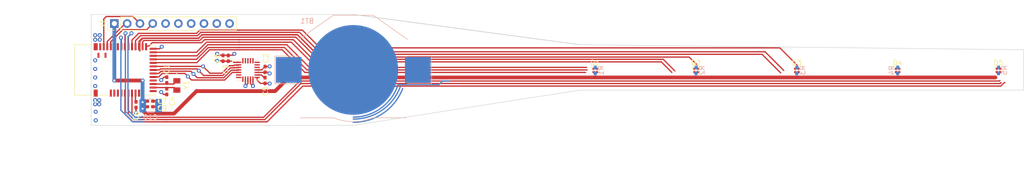
<source format=kicad_pcb>
(kicad_pcb (version 20201116) (generator pcbnew)
  (layers (0 "F.Cu" signal) (31 "B.Cu" signal) (34 "B.Paste" user) (35 "F.Paste" user) (36 "B.SilkS" user "B.Silkscreen") (37 "F.SilkS" user "F.Silkscreen") (38 "B.Mask" user) (39 "F.Mask" user) (44 "Edge.Cuts" user))
  (net 0 "")
  (net 1 "GND")
  (net 2 "+BATT")
  (net 3 "/XL2")
  (net 4 "/XL1")
  (net 5 "Net-(C5-Pad1)")
  (net 6 "Net-(C8-Pad1)")
  (net 7 "/LED1B")
  (net 8 "/LED1G")
  (net 9 "/LED1R")
  (net 10 "Net-(R1-Pad2)")
  (net 11 "/LED2B")
  (net 12 "/LED2G")
  (net 13 "/LED2R")
  (net 14 "Net-(D2-Pad1)")
  (net 15 "/LED3B")
  (net 16 "/LED3G")
  (net 17 "/LED3R")
  (net 18 "Net-(D3-Pad1)")
  (net 19 "/LED4B")
  (net 20 "/LED4G")
  (net 21 "/LED4R")
  (net 22 "Net-(D4-Pad1)")
  (net 23 "Net-(E1-Pad41)")
  (net 24 "Net-(E1-Pad40)")
  (net 25 "Net-(E1-Pad38)")
  (net 26 "/SWDIO")
  (net 27 "/SWDCLK")
  (net 28 "/NRF_RST")
  (net 29 "Net-(E1-Pad34)")
  (net 30 "Net-(E1-Pad33)")
  (net 31 "/LED5B")
  (net 32 "/LED5G")
  (net 33 "/LED5R")
  (net 34 "/GYRO_CS")
  (net 35 "/SPI_CLK")
  (net 36 "/SPI_MOSI")
  (net 37 "/SPI_MISO")
  (net 38 "Net-(D5-Pad1)")
  (net 39 "no_connect_44")
  (net 40 "Net-(E1-Pad4)")
  (net 41 "Net-(E1-Pad3)")
  (net 42 "Net-(E1-Pad2)")
  (net 43 "Net-(E1-Pad5)")
  (net 44 "Net-(J1-Pad6)")
  (net 45 "no_connect_45")
  (net 46 "no_connect_46")
  (net 47 "no_connect_47")
  (net 48 "no_connect_48")
  (footprint "06-MiniBLE:QFN50P400X400X105-24N" (layer "F.Cu") (at 99.1 93)
    (fp_text reference "U1" (at 0.675 -3.635) (layer "F.SilkS") (effects (font (thickness 0.015))))
    (fp_text value "ICM-20602")
    (pad "1" smd rect (at -1.825 -1.5) (size 1.06 0.26) (layers "F.Cu" "F.Paste" "F.Mask") (net 2 "+BATT"))
    (pad "2" smd rect (at -1.825 -1) (size 1.06 0.26) (layers "F.Cu" "F.Paste" "F.Mask") (net 35 "/SPI_CLK"))
    (pad "3" smd rect (at -1.825 -0.5) (size 1.06 0.26) (layers "F.Cu" "F.Paste" "F.Mask") (net 36 "/SPI_MOSI"))
    (pad "4" smd rect (at -1.825 0) (size 1.06 0.26) (layers "F.Cu" "F.Paste" "F.Mask") (net 37 "/SPI_MISO"))
    (pad "5" smd rect (at -1.825 0.5) (size 1.06 0.26) (layers "F.Cu" "F.Paste" "F.Mask") (net 34 "/GYRO_CS"))
    (pad "6" smd rect (at -1.825 1) (size 1.06 0.26) (layers "F.Cu" "F.Paste" "F.Mask") (net 46 "no_connect_46"))
    (pad "7" smd rect (at -1.825 1.5) (size 1.06 0.26) (layers "F.Cu" "F.Paste" "F.Mask") (net 47 "no_connect_47"))
    (pad "8" smd rect (at -1 1.825) (size 0.26 1.06) (layers "F.Cu" "F.Paste" "F.Mask") (net 48 "no_connect_48"))
    (pad "9" smd rect (at -0.5 1.825) (size 0.26 1.06) (layers "F.Cu" "F.Paste" "F.Mask") (net 1 "GND"))
    (pad "10" smd rect (at 0 1.825) (size 0.26 1.06) (layers "F.Cu" "F.Paste" "F.Mask") (net 1 "GND"))
    (pad "11" smd rect (at 0.5 1.825) (size 0.26 1.06) (layers "F.Cu" "F.Paste" "F.Mask") (net 1 "GND"))
    (pad "12" smd rect (at 1 1.825) (size 0.26 1.06) (layers "F.Cu" "F.Paste" "F.Mask") (net 1 "GND"))
    (pad "13" smd rect (at 1.825 1.5) (size 1.06 0.26) (layers "F.Cu" "F.Paste" "F.Mask") (net 1 "GND"))
    (pad "14" smd rect (at 1.825 1) (size 1.06 0.26) (layers "F.Cu" "F.Paste" "F.Mask") (net 5 "Net-(C5-Pad1)"))
    (pad "15" smd rect (at 1.825 0.5) (size 1.06 0.26) (layers "F.Cu" "F.Paste" "F.Mask") (net 1 "GND"))
    (pad "16" smd rect (at 1.825 0) (size 1.06 0.26) (layers "F.Cu" "F.Paste" "F.Mask") (net 2 "+BATT"))
    (pad "17" smd rect (at 1.825 -0.5) (size 1.06 0.26) (layers "F.Cu" "F.Paste" "F.Mask"))
    (pad "18" smd rect (at 1.825 -1) (size 1.06 0.26) (layers "F.Cu" "F.Paste" "F.Mask"))
    (pad "19" smd rect (at 1.825 -1.5) (size 1.06 0.26) (layers "F.Cu" "F.Paste" "F.Mask"))
    (pad "20" smd rect (at 1 -1.825) (size 0.26 1.06) (layers "F.Cu" "F.Paste" "F.Mask"))
    (pad "21" smd rect (at 0.5 -1.825) (size 0.26 1.06) (layers "F.Cu" "F.Paste" "F.Mask"))
    (pad "22" smd rect (at 0 -1.825) (size 0.26 1.06) (layers "F.Cu" "F.Paste" "F.Mask"))
    (pad "23" smd rect (at -0.5 -1.825) (size 0.26 1.06) (layers "F.Cu" "F.Paste" "F.Mask"))
    (pad "24" smd rect (at -1 -1.825) (size 0.26 1.06) (layers "F.Cu" "F.Paste" "F.Mask"))
  )
  (footprint "Capacitor_SMD:C_0402_1005Metric_Pad0.74x0.62mm_HandSolder" (layer "F.Cu") (at 79.7 100.3)
    (fp_text reference "C9" (at 2.4 0.3) (layer "F.SilkS"))
    (fp_text value "4.7uF")
    (pad "1" smd roundrect (at -0.5675 0) (size 0.735 0.62) (layers "F.Cu" "F.Paste" "F.Mask") (net 2 "+BATT"))
    (pad "2" smd roundrect (at 0.5675 0) (size 0.735 0.62) (layers "F.Cu" "F.Paste" "F.Mask") (net 1 "GND"))
  )
  (footprint "06-MiniBLE:RAYTAC_MDBT42Q-512KV2" (layer "F.Cu") (at 72.7 93 90)
    (fp_text reference "E1" (at -3.175 -9.271 90) (layer "F.SilkS") (effects (font (size 0.6 0.6) (thickness 0.015))))
    (fp_text value "MDBT42Q-512KV2")
    (pad "1" smd rect (at -4.6 -3.8 90) (size 1.4 0.8) (layers "F.Cu" "F.Paste" "F.Mask") (net 1 "GND"))
    (pad "2" smd rect (at -4.6 -0.8 90) (size 1.4 0.4) (layers "F.Cu" "F.Paste" "F.Mask") (net 42 "Net-(E1-Pad2)"))
    (pad "3" smd rect (at -4.6 -0.1 90) (size 1.4 0.4) (layers "F.Cu" "F.Paste" "F.Mask") (net 41 "Net-(E1-Pad3)"))
    (pad "4" smd rect (at -4.6 0.6 90) (size 1.4 0.4) (layers "F.Cu" "F.Paste" "F.Mask") (net 40 "Net-(E1-Pad4)"))
    (pad "5" smd rect (at -4.6 1.3 90) (size 1.4 0.4) (layers "F.Cu" "F.Paste" "F.Mask") (net 43 "Net-(E1-Pad5)"))
    (pad "6" smd rect (at -4.6 2 90) (size 1.4 0.4) (layers "F.Cu" "F.Paste" "F.Mask") (net 21 "/LED4R"))
    (pad "7" smd rect (at -4.6 2.7 90) (size 1.4 0.4) (layers "F.Cu" "F.Paste" "F.Mask") (net 20 "/LED4G"))
    (pad "8" smd rect (at -4.6 3.4 90) (size 1.4 0.4) (layers "F.Cu" "F.Paste" "F.Mask") (net 19 "/LED4B"))
    (pad "9" smd rect (at -4.6 4.1 90) (size 1.4 0.4) (layers "F.Cu" "F.Paste" "F.Mask") (net 6 "Net-(C8-Pad1)"))
    (pad "10" smd rect (at -4.6 4.8 90) (size 1.4 0.4) (layers "F.Cu" "F.Paste" "F.Mask") (net 39 "no_connect_44"))
    (pad "11" smd rect (at -4.6 5.5 90) (size 1.4 0.4) (layers "F.Cu" "F.Paste" "F.Mask") (net 2 "+BATT"))
    (pad "12" smd rect (at -4.2 7.6 90) (size 0.4 1.4) (layers "F.Cu" "F.Paste" "F.Mask") (net 1 "GND"))
    (pad "13" smd rect (at -3.5 7.6 90) (size 0.4 1.4) (layers "F.Cu" "F.Paste" "F.Mask") (net 4 "/XL1"))
    (pad "14" smd rect (at -2.8 7.6 90) (size 0.4 1.4) (layers "F.Cu" "F.Paste" "F.Mask") (net 3 "/XL2"))
    (pad "15" smd rect (at -2.1 7.6 90) (size 0.4 1.4) (layers "F.Cu" "F.Paste" "F.Mask") (net 45 "no_connect_45"))
    (pad "16" smd rect (at -1.4 7.6 90) (size 0.4 1.4) (layers "F.Cu" "F.Paste" "F.Mask") (net 34 "/GYRO_CS"))
    (pad "17" smd rect (at -0.7 7.6 90) (size 0.4 1.4) (layers "F.Cu" "F.Paste" "F.Mask") (net 37 "/SPI_MISO"))
    (pad "18" smd rect (at 0 7.6 90) (size 0.4 1.4) (layers "F.Cu" "F.Paste" "F.Mask") (net 36 "/SPI_MOSI"))
    (pad "19" smd rect (at 0.7 7.6 90) (size 0.4 1.4) (layers "F.Cu" "F.Paste" "F.Mask") (net 35 "/SPI_CLK"))
    (pad "20" smd rect (at 1.4 7.6 90) (size 0.4 1.4) (layers "F.Cu" "F.Paste" "F.Mask") (net 9 "/LED1R"))
    (pad "21" smd rect (at 2.1 7.6 90) (size 0.4 1.4) (layers "F.Cu" "F.Paste" "F.Mask") (net 8 "/LED1G"))
    (pad "22" smd rect (at 2.8 7.6 90) (size 0.4 1.4) (layers "F.Cu" "F.Paste" "F.Mask") (net 7 "/LED1B"))
    (pad "23" smd rect (at 3.5 7.6 90) (size 0.4 1.4) (layers "F.Cu" "F.Paste" "F.Mask") (net 13 "/LED2R"))
    (pad "24" smd rect (at 4.2 7.6 90) (size 0.4 1.4) (layers "F.Cu" "F.Paste" "F.Mask") (net 1 "GND"))
    (pad "25" smd rect (at 4.6 6.2 90) (size 1.4 0.4) (layers "F.Cu" "F.Paste" "F.Mask") (net 12 "/LED2G"))
    (pad "26" smd rect (at 4.6 5.5 90) (size 1.4 0.4) (layers "F.Cu" "F.Paste" "F.Mask") (net 11 "/LED2B"))
    (pad "27" smd rect (at 4.6 4.8 90) (size 1.4 0.4) (layers "F.Cu" "F.Paste" "F.Mask") (net 17 "/LED3R"))
    (pad "28" smd rect (at 4.6 4.1 90) (size 1.4 0.4) (layers "F.Cu" "F.Paste" "F.Mask") (net 16 "/LED3G"))
    (pad "29" smd rect (at 4.6 3.4 90) (size 1.4 0.4) (layers "F.Cu" "F.Paste" "F.Mask") (net 15 "/LED3B"))
    (pad "30" smd rect (at 4.6 2.7 90) (size 1.4 0.4) (layers "F.Cu" "F.Paste" "F.Mask") (net 33 "/LED5R"))
    (pad "31" smd rect (at 4.6 2 90) (size 1.4 0.4) (layers "F.Cu" "F.Paste" "F.Mask") (net 32 "/LED5G"))
    (pad "32" smd rect (at 4.6 1.3 90) (size 1.4 0.4) (layers "F.Cu" "F.Paste" "F.Mask") (net 31 "/LED5B"))
    (pad "33" smd rect (at 4.6 0.6 90) (size 1.4 0.4) (layers "F.Cu" "F.Paste" "F.Mask") (net 30 "Net-(E1-Pad33)"))
    (pad "34" smd rect (at 4.6 -0.1 90) (size 1.4 0.4) (layers "F.Cu" "F.Paste" "F.Mask") (net 29 "Net-(E1-Pad34)"))
    (pad "35" smd rect (at 4.6 -0.8 90) (size 1.4 0.4) (layers "F.Cu" "F.Paste" "F.Mask") (net 28 "/NRF_RST"))
    (pad "36" smd rect (at 4.6 -1.5 90) (size 1.4 0.4) (layers "F.Cu" "F.Paste" "F.Mask") (net 27 "/SWDCLK"))
    (pad "37" smd rect (at 4.6 -2.2 90) (size 1.4 0.4) (layers "F.Cu" "F.Paste" "F.Mask") (net 26 "/SWDIO"))
    (pad "38" smd rect (at 4.6 -2.9 90) (size 1.4 0.4) (layers "F.Cu" "F.Paste" "F.Mask") (net 25 "Net-(E1-Pad38)"))
    (pad "39" smd rect (at 4.6 -3.8 90) (size 1.4 0.8) (layers "F.Cu" "F.Paste" "F.Mask") (net 1 "GND"))
    (pad "40" smd rect (at 2.9 -3.25 90) (size 1 0.4) (layers "F.Cu" "F.Paste" "F.Mask") (net 24 "Net-(E1-Pad40)"))
    (pad "41" smd rect (at 2.9 -1.85 90) (size 1 0.4) (layers "F.Cu" "F.Paste" "F.Mask") (net 23 "Net-(E1-Pad41)"))
  )
  (footprint "Capacitor_SMD:C_0402_1005Metric_Pad0.74x0.62mm_HandSolder" (layer "F.Cu") (at 102.5 92.9 -90)
    (fp_text reference "C2" (at -2.2 -0.2 90) (layer "F.SilkS"))
    (fp_text value "0.1uF")
    (pad "1" smd roundrect (at -0.5675 0 270) (size 0.735 0.62) (layers "F.Cu" "F.Paste" "F.Mask") (net 2 "+BATT"))
    (pad "2" smd roundrect (at 0.5675 0 270) (size 0.735 0.62) (layers "F.Cu" "F.Paste" "F.Mask") (net 1 "GND"))
  )
  (footprint "Capacitor_SMD:C_0402_1005Metric_Pad0.74x0.62mm_HandSolder" (layer "F.Cu") (at 102.5 95.1 -90)
    (fp_text reference "C5" (at 2.1 -0.1 90) (layer "F.SilkS"))
    (fp_text value "1.0uF")
    (pad "1" smd roundrect (at -0.5675 0 270) (size 0.735 0.62) (layers "F.Cu" "F.Paste" "F.Mask") (net 5 "Net-(C5-Pad1)"))
    (pad "2" smd roundrect (at 0.5675 0 270) (size 0.735 0.62) (layers "F.Cu" "F.Paste" "F.Mask") (net 1 "GND"))
  )
  (footprint "LED_SMD:LED_Lumex_SML-LX0303SIUPGUSB" (layer "F.Cu") (at 168.000001 93.094999)
    (fp_text reference "D1" (at 0 -1.5) (layer "F.SilkS"))
    (fp_text value "LED_ARGB")
    (pad "1" smd roundrect (at -0.325 -0.325) (size 0.45 0.45) (layers "F.Cu" "F.Paste" "F.Mask") (net 10 "Net-(R1-Pad2)"))
    (pad "2" smd roundrect (at 0.325 -0.325) (size 0.45 0.45) (layers "F.Cu" "F.Paste" "F.Mask") (net 9 "/LED1R"))
    (pad "3" smd roundrect (at 0.325 0.325) (size 0.45 0.45) (layers "F.Cu" "F.Paste" "F.Mask") (net 8 "/LED1G"))
    (pad "4" smd roundrect (at -0.325 0.325) (size 0.45 0.45) (layers "F.Cu" "F.Paste" "F.Mask") (net 7 "/LED1B"))
  )
  (footprint "05-TinyBLE:FC-12M 32.7680KA-A3" (layer "F.Cu") (at 85 96.0806 -90)
    (fp_text reference "Y1" (at -0.0806 -1.9 90) (layer "F.SilkS"))
    (fp_text value "Crystal" hide)
    (pad "1" smd rect (at -0.9194 0 270) (size 1.0612 1.397) (layers "F.Cu" "F.Paste" "F.Mask") (net 3 "/XL2"))
    (pad "2" smd rect (at 0.9194 0 270) (size 1.0612 1.397) (layers "F.Cu" "F.Paste" "F.Mask") (net 4 "/XL1"))
  )
  (footprint "LED_SMD:LED_Lumex_SML-LX0303SIUPGUSB" (layer "F.Cu") (at 228.000001 93.094999)
    (fp_text reference "D4" (at 0 -1.5) (layer "F.SilkS"))
    (fp_text value "LED_ARGB")
    (pad "1" smd roundrect (at -0.325 -0.325) (size 0.45 0.45) (layers "F.Cu" "F.Paste" "F.Mask") (net 22 "Net-(D4-Pad1)"))
    (pad "2" smd roundrect (at 0.325 -0.325) (size 0.45 0.45) (layers "F.Cu" "F.Paste" "F.Mask") (net 21 "/LED4R"))
    (pad "3" smd roundrect (at 0.325 0.325) (size 0.45 0.45) (layers "F.Cu" "F.Paste" "F.Mask") (net 20 "/LED4G"))
    (pad "4" smd roundrect (at -0.325 0.325) (size 0.45 0.45) (layers "F.Cu" "F.Paste" "F.Mask") (net 19 "/LED4B"))
  )
  (footprint "Connector_PinHeader_2.54mm:PinHeader_1x10_P2.54mm_Vertical" (layer "F.Cu") (at 72.6 83.8 90)
    (fp_text reference "J1" (at 0 -2.33 90) (layer "F.SilkS"))
    (fp_text value "Conn_01x10")
    (pad "1" thru_hole rect (at 0 0 90) (size 1.7 1.7) (drill 1) (layers *.Cu *.Mask) (net 2 "+BATT"))
    (pad "2" thru_hole oval (at 0 2.54 90) (size 1.7 1.7) (drill 1) (layers *.Cu *.Mask) (net 27 "/SWDCLK"))
    (pad "3" thru_hole oval (at 0 5.08 90) (size 1.7 1.7) (drill 1) (layers *.Cu *.Mask) (net 26 "/SWDIO"))
    (pad "4" thru_hole oval (at 0 7.62 90) (size 1.7 1.7) (drill 1) (layers *.Cu *.Mask) (net 28 "/NRF_RST"))
    (pad "5" thru_hole oval (at 0 10.16 90) (size 1.7 1.7) (drill 1) (layers *.Cu *.Mask) (net 1 "GND"))
    (pad "6" thru_hole oval (at 0 12.7 90) (size 1.7 1.7) (drill 1) (layers *.Cu *.Mask) (net 44 "Net-(J1-Pad6)"))
    (pad "7" thru_hole oval (at 0 15.24 90) (size 1.7 1.7) (drill 1) (layers *.Cu *.Mask) (net 37 "/SPI_MISO"))
    (pad "8" thru_hole oval (at 0 17.78 90) (size 1.7 1.7) (drill 1) (layers *.Cu *.Mask) (net 36 "/SPI_MOSI"))
    (pad "9" thru_hole oval (at 0 20.32 90) (size 1.7 1.7) (drill 1) (layers *.Cu *.Mask) (net 35 "/SPI_CLK"))
    (pad "10" thru_hole oval (at 0 22.86 90) (size 1.7 1.7) (drill 1) (layers *.Cu *.Mask) (net 34 "/GYRO_CS"))
  )
  (footprint "LED_SMD:LED_Lumex_SML-LX0303SIUPGUSB" (layer "F.Cu") (at 248.000001 93.094999)
    (fp_text reference "D5" (at 0 -1.5) (layer "F.SilkS"))
    (fp_text value "LED_ARGB")
    (pad "1" smd roundrect (at -0.325 -0.325) (size 0.45 0.45) (layers "F.Cu" "F.Paste" "F.Mask") (net 38 "Net-(D5-Pad1)"))
    (pad "2" smd roundrect (at 0.325 -0.325) (size 0.45 0.45) (layers "F.Cu" "F.Paste" "F.Mask") (net 33 "/LED5R"))
    (pad "3" smd roundrect (at 0.325 0.325) (size 0.45 0.45) (layers "F.Cu" "F.Paste" "F.Mask") (net 32 "/LED5G"))
    (pad "4" smd roundrect (at -0.325 0.325) (size 0.45 0.45) (layers "F.Cu" "F.Paste" "F.Mask") (net 31 "/LED5B"))
  )
  (footprint "Capacitor_SMD:C_0402_1005Metric_Pad0.74x0.62mm_HandSolder" (layer "F.Cu") (at 83 95 90)
    (fp_text reference "C1" (at 2.1 0 90) (layer "F.SilkS"))
    (fp_text value "15pf")
    (pad "1" smd roundrect (at -0.5675 0 90) (size 0.735 0.62) (layers "F.Cu" "F.Paste" "F.Mask") (net 3 "/XL2"))
    (pad "2" smd roundrect (at 0.5675 0 90) (size 0.735 0.62) (layers "F.Cu" "F.Paste" "F.Mask") (net 1 "GND"))
  )
  (footprint "Capacitor_SMD:C_0402_1005Metric_Pad0.74x0.62mm_HandSolder" (layer "F.Cu") (at 94.15606 90.693923 90)
    (fp_text reference "C6" (at 0 -1.16 90) (layer "F.SilkS"))
    (fp_text value "1.0uF")
    (pad "1" smd roundrect (at -0.5675 0 90) (size 0.735 0.62) (layers "F.Cu" "F.Paste" "F.Mask") (net 2 "+BATT"))
    (pad "2" smd roundrect (at 0.5675 0 90) (size 0.735 0.62) (layers "F.Cu" "F.Paste" "F.Mask") (net 1 "GND"))
  )
  (footprint "Capacitor_SMD:C_0402_1005Metric_Pad0.74x0.62mm_HandSolder" (layer "F.Cu") (at 76.9 99.9 -90)
    (fp_text reference "C8" (at 2.2 0 90) (layer "F.SilkS"))
    (fp_text value "1.0uF")
    (pad "1" smd roundrect (at -0.5675 0 270) (size 0.735 0.62) (layers "F.Cu" "F.Paste" "F.Mask") (net 6 "Net-(C8-Pad1)"))
    (pad "2" smd roundrect (at 0.5675 0 270) (size 0.735 0.62) (layers "F.Cu" "F.Paste" "F.Mask") (net 1 "GND"))
  )
  (footprint "Capacitor_SMD:C_0402_1005Metric_Pad0.74x0.62mm_HandSolder" (layer "F.Cu") (at 95.2 90.7 90)
    (fp_text reference "C3" (at -2.2 -0.5 90) (layer "F.SilkS"))
    (fp_text value "0.1uF")
    (pad "1" smd roundrect (at -0.5675 0 90) (size 0.735 0.62) (layers "F.Cu" "F.Paste" "F.Mask") (net 2 "+BATT"))
    (pad "2" smd roundrect (at 0.5675 0 90) (size 0.735 0.62) (layers "F.Cu" "F.Paste" "F.Mask") (net 1 "GND"))
  )
  (footprint "Capacitor_SMD:C_0402_1005Metric_Pad0.74x0.62mm_HandSolder" (layer "F.Cu") (at 83 97.3 -90)
    (fp_text reference "C4" (at 1.9 -1.1 90) (layer "F.SilkS"))
    (fp_text value "15pF")
    (pad "1" smd roundrect (at -0.5675 0 270) (size 0.735 0.62) (layers "F.Cu" "F.Paste" "F.Mask") (net 4 "/XL1"))
    (pad "2" smd roundrect (at 0.5675 0 270) (size 0.735 0.62) (layers "F.Cu" "F.Paste" "F.Mask") (net 1 "GND"))
  )
  (footprint "LED_SMD:LED_Lumex_SML-LX0303SIUPGUSB" (layer "F.Cu") (at 208.000001 93.094999)
    (fp_text reference "D3" (at 0 -1.5) (layer "F.SilkS"))
    (fp_text value "LED_ARGB")
    (pad "1" smd roundrect (at -0.325 -0.325) (size 0.45 0.45) (layers "F.Cu" "F.Paste" "F.Mask") (net 18 "Net-(D3-Pad1)"))
    (pad "2" smd roundrect (at 0.325 -0.325) (size 0.45 0.45) (layers "F.Cu" "F.Paste" "F.Mask") (net 17 "/LED3R"))
    (pad "3" smd roundrect (at 0.325 0.325) (size 0.45 0.45) (layers "F.Cu" "F.Paste" "F.Mask") (net 16 "/LED3G"))
    (pad "4" smd roundrect (at -0.325 0.325) (size 0.45 0.45) (layers "F.Cu" "F.Paste" "F.Mask") (net 15 "/LED3B"))
  )
  (footprint "LED_SMD:LED_Lumex_SML-LX0303SIUPGUSB" (layer "F.Cu") (at 188.000001 93.094999)
    (fp_text reference "D2" (at 0 -1.5) (layer "F.SilkS"))
    (fp_text value "LED_ARGB")
    (pad "1" smd roundrect (at -0.325 -0.325) (size 0.45 0.45) (layers "F.Cu" "F.Paste" "F.Mask") (net 14 "Net-(D2-Pad1)"))
    (pad "2" smd roundrect (at 0.325 -0.325) (size 0.45 0.45) (layers "F.Cu" "F.Paste" "F.Mask") (net 13 "/LED2R"))
    (pad "3" smd roundrect (at 0.325 0.325) (size 0.45 0.45) (layers "F.Cu" "F.Paste" "F.Mask") (net 12 "/LED2G"))
    (pad "4" smd roundrect (at -0.325 0.325) (size 0.45 0.45) (layers "F.Cu" "F.Paste" "F.Mask") (net 11 "/LED2B"))
  )
  (footprint "Capacitor_SMD:C_0402_1005Metric_Pad0.74x0.62mm_HandSolder" (layer "F.Cu") (at 79.7 99.2)
    (fp_text reference "C7" (at 2.4 0) (layer "F.SilkS"))
    (fp_text value "0.1uF")
    (pad "1" smd roundrect (at -0.5675 0) (size 0.735 0.62) (layers "F.Cu" "F.Paste" "F.Mask") (net 2 "+BATT"))
    (pad "2" smd roundrect (at 0.5675 0) (size 0.735 0.62) (layers "F.Cu" "F.Paste" "F.Mask") (net 1 "GND"))
  )
  (footprint "Resistor_SMD:R_0402_1005Metric_Pad0.72x0.64mm_HandSolder" (layer "B.Cu") (at 188.000001 93.094999 90)
    (fp_text reference "R2" (at 0 1.17 270) (layer "B.SilkS") (effects (justify mirror)))
    (fp_text value "1k")
    (pad "1" smd roundrect (at -0.5975 0 90) (size 0.715 0.64) (layers "B.Cu" "B.Paste" "B.Mask") (net 2 "+BATT"))
    (pad "2" smd roundrect (at 0.5975 0 90) (size 0.715 0.64) (layers "B.Cu" "B.Paste" "B.Mask") (net 14 "Net-(D2-Pad1)"))
  )
  (footprint "Capacitor_SMD:C_1210_3225Metric_Pad1.33x2.70mm_HandSolder" (layer "B.Cu") (at 79.8 100.1)
    (fp_text reference "C10" (at 0 2.3 180) (layer "B.SilkS") (effects (justify mirror)))
    (fp_text value "100uF")
    (pad "1" smd roundrect (at -1.5625 0) (size 1.325 2.7) (layers "B.Cu" "B.Paste" "B.Mask") (roundrect_rratio 0.188679) (net 2 "+BATT"))
    (pad "2" smd roundrect (at 1.5625 0) (size 1.325 2.7) (layers "B.Cu" "B.Paste" "B.Mask") (roundrect_rratio 0.188679) (net 1 "GND"))
  )
  (footprint "Resistor_SMD:R_0402_1005Metric_Pad0.72x0.64mm_HandSolder" (layer "B.Cu") (at 168.000001 93.094999 90)
    (fp_text reference "R1" (at 0 1.17 270) (layer "B.SilkS") (effects (justify mirror)))
    (fp_text value "1k")
    (pad "1" smd roundrect (at -0.5975 0 90) (size 0.715 0.64) (layers "B.Cu" "B.Paste" "B.Mask") (net 2 "+BATT"))
    (pad "2" smd roundrect (at 0.5975 0 90) (size 0.715 0.64) (layers "B.Cu" "B.Paste" "B.Mask") (net 10 "Net-(R1-Pad2)"))
  )
  (footprint "Resistor_SMD:R_0402_1005Metric_Pad0.72x0.64mm_HandSolder" (layer "B.Cu") (at 208.000001 93.094999 90)
    (fp_text reference "R3" (at 0 1.17 90) (layer "B.SilkS") (effects (justify mirror)))
    (fp_text value "1k")
    (pad "1" smd roundrect (at -0.5975 0 90) (size 0.715 0.64) (layers "B.Cu" "B.Paste" "B.Mask") (net 2 "+BATT"))
    (pad "2" smd roundrect (at 0.5975 0 90) (size 0.715 0.64) (layers "B.Cu" "B.Paste" "B.Mask") (net 18 "Net-(D3-Pad1)"))
  )
  (footprint "Resistor_SMD:R_0402_1005Metric_Pad0.72x0.64mm_HandSolder" (layer "B.Cu") (at 248.000001 93.094999 90)
    (fp_text reference "R5" (at 0 1.17 270) (layer "B.SilkS") (effects (justify mirror)))
    (fp_text value "1k")
    (pad "1" smd roundrect (at -0.5975 0 90) (size 0.715 0.64) (layers "B.Cu" "B.Paste" "B.Mask") (net 2 "+BATT"))
    (pad "2" smd roundrect (at 0.5975 0 90) (size 0.715 0.64) (layers "B.Cu" "B.Paste" "B.Mask") (net 38 "Net-(D5-Pad1)"))
  )
  (footprint "Resistor_SMD:R_0402_1005Metric_Pad0.72x0.64mm_HandSolder" (layer "B.Cu") (at 228.000001 93.094999 -90)
    (fp_text reference "R4" (at 0 1.17 -90) (layer "B.SilkS") (effects (justify mirror)))
    (fp_text value "1k")
    (pad "1" smd roundrect (at -0.5975 0 270) (size 0.715 0.64) (layers "B.Cu" "B.Paste" "B.Mask") (net 2 "+BATT"))
    (pad "2" smd roundrect (at 0.5975 0 270) (size 0.715 0.64) (layers "B.Cu" "B.Paste" "B.Mask") (net 22 "Net-(D4-Pad1)"))
  )
  (footprint "Battery:BatteryHolder_Keystone_3002_1x2032" (layer "B.Cu") (at 120 93)
    (fp_text reference "BT1" (at -9.15 -9.7) (layer "B.SilkS") (effects (justify mirror)))
    (fp_text value "Battery_Cell")
    (pad "1" smd rect (at 12.8 0) (size 5.1 5.1) (layers "B.Cu" "B.Paste" "B.Mask") (net 2 "+BATT"))
    (pad "1" smd rect (at -12.8 0) (size 5.1 5.1) (layers "B.Cu" "B.Paste" "B.Mask") (net 2 "+BATT"))
    (pad "2" smd circle (at 0 0) (size 17.8 17.8) (layers "B.Cu" "B.Mask") (net 1 "GND"))
  )
  (gr_arc (start 120.003906 93.00538) (end 128.899999 95.899999) (angle 72) (layer "B.Cu") (width 0.25))
  (gr_arc (start 120.102514 93.003684) (end 129.799999 96.699999) (angle 69.7) (layer "B.Cu") (width 0.25))
  (gr_arc (start 120.104218 92.906182) (end 129.299999 96.399999) (angle 69.8) (layer "B.Cu") (width 0.25))
  (gr_line (start 120 82) (end 165 88) (layer "Edge.Cuts") (width 0.15))
  (gr_line (start 165 97) (end 253 97) (layer "Edge.Cuts") (width 0.1))
  (gr_line (start 68 82) (end 68 104) (layer "Edge.Cuts") (width 0.1))
  (gr_line (start 120 104) (end 165 97) (layer "Edge.Cuts") (width 0.1))
  (gr_line (start 165 88) (end 253 89) (layer "Edge.Cuts") (width 0.1))
  (gr_line (start 68 82) (end 120 82) (layer "Edge.Cuts") (width 0.1))
  (gr_line (start 68 104) (end 120 104) (layer "Edge.Cuts") (width 0.1))
  (gr_line (start 253 89) (end 253 97) (layer "Edge.Cuts") (width 0.1))
  (segment (start 99.6 95.7) (end 100.1 96.2) (width 0.25) (layer "F.Cu") (net 1))
  (segment (start 101.5675 95.6675) (end 100.925 95.025) (width 0.25) (layer "F.Cu") (net 1))
  (segment (start 96.117981 90.082019) (end 96.4 89.8) (width 0.25) (layer "F.Cu") (net 1))
  (segment (start 102.5 95.6675) (end 103.3675 95.6675) (width 0.25) (layer "F.Cu") (net 1))
  (segment (start 100.1 94.825) (end 100.1 96.2) (width 0.25) (layer "F.Cu") (net 1))
  (segment (start 99.6 94.825) (end 99.6 95.7) (width 0.25) (layer "F.Cu") (net 1))
  (segment (start 102.5 95.6675) (end 101.5675 95.6675) (width 0.25) (layer "F.Cu") (net 1))
  (segment (start 81.6 88.8) (end 82 88.4) (width 0.25) (layer "F.Cu") (net 1))
  (segment (start 102.5 93.4675) (end 103.1675 93.4675) (width 0.25) (layer "F.Cu") (net 1))
  (segment (start 80.2675 99.2) (end 81.4 99.2) (width 0.25) (layer "F.Cu") (net 1))
  (segment (start 76.9 100.4675) (end 76.9 101.5) (width 0.25) (layer "F.Cu") (net 1))
  (segment (start 82.3675 97.8675) (end 81.9 97.4) (width 0.25) (layer "F.Cu") (net 1))
  (segment (start 83 94.4325) (end 82.4675 94.4325) (width 0.25) (layer "F.Cu") (net 1))
  (segment (start 103.3675 95.6675) (end 103.4 95.7) (width 0.25) (layer "F.Cu") (net 1))
  (segment (start 82.4675 94.4325) (end 81.9 95) (width 0.25) (layer "F.Cu") (net 1))
  (segment (start 80.3 88.8) (end 81.6 88.8) (width 0.25) (layer "F.Cu") (net 1))
  (segment (start 99.1 94.825) (end 99.1 95.7) (width 0.25) (layer "F.Cu") (net 1))
  (segment (start 80.2675 100.3) (end 81.4 100.3) (width 0.25) (layer "F.Cu") (net 1))
  (segment (start 100.925 95.025) (end 100.925 94.5) (width 0.25) (layer "F.Cu") (net 1))
  (segment (start 93.282019 90.082019) (end 93 89.8) (width 0.25) (layer "F.Cu") (net 1))
  (segment (start 95.2 90.082019) (end 93.282019 90.082019) (width 0.25) (layer "F.Cu") (net 1))
  (segment (start 103.1675 93.4675) (end 103.4 93.7) (width 0.25) (layer "F.Cu") (net 1))
  (segment (start 95.2 90.082019) (end 96.117981 90.082019) (width 0.25) (layer "F.Cu") (net 1))
  (segment (start 100.925 93.5) (end 102.4675 93.5) (width 0.25) (layer "F.Cu") (net 1))
  (segment (start 102.4675 93.5) (end 102.5 93.4675) (width 0.25) (layer "F.Cu") (net 1))
  (segment (start 83 97.8675) (end 82.3675 97.8675) (width 0.25) (layer "F.Cu") (net 1))
  (segment (start 99.1 95.7) (end 98.6 96.2) (width 0.25) (layer "F.Cu") (net 1))
  (segment (start 98.6 94.825) (end 98.6 96.2) (width 0.25) (layer "F.Cu") (net 1))
  (via (at 68.8 92.8) (size 0.8) (drill 0.4) (layers "F.Cu" "B.Cu") (net 1))
  (via (at 81.9 95) (size 0.8) (drill 0.4) (layers "F.Cu" "B.Cu") (net 1))
  (via (at 98.6 96.2) (size 0.8) (drill 0.4) (layers "F.Cu" "B.Cu") (net 1))
  (via (at 81.9 97.4) (size 0.8) (drill 0.4) (layers "F.Cu" "B.Cu") (net 1))
  (via (at 68.8 86.1) (size 0.8) (drill 0.4) (layers "F.Cu" "B.Cu") (net 1))
  (via (at 69.6 99.8) (size 0.8) (drill 0.4) (layers "F.Cu" "B.Cu") (net 1))
  (via (at 93 89.8) (size 0.8) (drill 0.4) (layers "F.Cu" "B.Cu") (net 1))
  (via (at 76.9 101.5) (size 0.8) (drill 0.4) (layers "F.Cu" "B.Cu") (net 1))
  (via (at 81.4 100.3) (size 0.8) (drill 0.4) (layers "F.Cu" "B.Cu") (net 1))
  (via (at 68.8 94.5) (size 0.8) (drill 0.4) (layers "F.Cu" "B.Cu") (net 1))
  (via (at 68.8 87) (size 0.8) (drill 0.4) (layers "F.Cu" "B.Cu") (net 1))
  (via (at 103.4 95.7) (size 0.8) (drill 0.4) (layers "F.Cu" "B.Cu") (net 1))
  (via (at 103.4 93.7) (size 0.8) (drill 0.4) (layers "F.Cu" "B.Cu") (net 1))
  (via (at 68.9 103) (size 0.8) (drill 0.4) (layers "F.Cu" "B.Cu") (net 1))
  (via (at 82 88.4) (size 0.8) (drill 0.4) (layers "F.Cu" "B.Cu") (net 1))
  (via (at 81.4 99.2) (size 0.8) (drill 0.4) (layers "F.Cu" "B.Cu") (net 1))
  (via (at 96.4 89.8) (size 0.8) (drill 0.4) (layers "F.Cu" "B.Cu") (net 1))
  (via (at 69.7 87) (size 0.8) (drill 0.4) (layers "F.Cu" "B.Cu") (net 1))
  (via (at 68.9 101.3) (size 0.8) (drill 0.4) (layers "F.Cu" "B.Cu") (net 1))
  (via (at 68.8 96.2) (size 0.8) (drill 0.4) (layers "F.Cu" "B.Cu") (net 1))
  (via (at 69.7 86.1) (size 0.8) (drill 0.4) (layers "F.Cu" "B.Cu") (net 1))
  (via (at 68.8 99.8) (size 0.8) (drill 0.4) (layers "F.Cu" "B.Cu") (net 1))
  (via (at 100.1 96.2) (size 0.8) (drill 0.4) (layers "F.Cu" "B.Cu") (net 1))
  (via (at 68.8 91.1) (size 0.8) (drill 0.4) (layers "F.Cu" "B.Cu") (net 1))
  (via (at 69.6 99) (size 0.8) (drill 0.4) (layers "F.Cu" "B.Cu") (net 1))
  (via (at 68.8 99) (size 0.8) (drill 0.4) (layers "F.Cu" "B.Cu") (net 1))
  (segment (start 78.2 101.010037) (end 78.864964 101.675001) (width 0.75) (layer "F.Cu") (net 2))
  (segment (start 78.5 100.4) (end 78.2 100.7) (width 0.25) (layer "F.Cu") (net 2))
  (segment (start 101.8325 93) (end 102.5 92.3325) (width 0.25) (layer "F.Cu") (net 2))
  (segment (start 84.424999 101.675001) (end 88.9 97.2) (width 0.75) (layer "F.Cu") (net 2))
  (segment (start 97.275 91.5) (end 96.3 91.5) (width 0.25) (layer "F.Cu") (net 2))
  (segment (start 78.5 100.3) (end 79.1325 100.3) (width 0.25) (layer "F.Cu") (net 2))
  (segment (start 78.2 97.6) (end 78.2 99.2) (width 0.25) (layer "F.Cu") (net 2))
  (segment (start 78.2 99.4) (end 78.2 100.7) (width 0.75) (layer "F.Cu") (net 2))
  (segment (start 100.925 93) (end 101.8325 93) (width 0.25) (layer "F.Cu") (net 2))
  (segment (start 104.5 97.2) (end 107.2 94.5) (width 0.75) (layer "F.Cu") (net 2))
  (segment (start 79.1325 99.2) (end 78.2 99.2) (width 0.25) (layer "F.Cu") (net 2))
  (segment (start 96.3 91.5) (end 96.061423 91.261423) (width 0.25) (layer "F.Cu") (net 2))
  (segment (start 107.2 94.5) (end 247.4 94.5) (width 0.75) (layer "F.Cu") (net 2))
  (segment (start 78.2 100.7) (end 78.2 101.010037) (width 0.75) (layer "F.Cu") (net 2))
  (segment (start 102.5 92.3325) (end 103.3675 92.3325) (width 0.25) (layer "F.Cu") (net 2))
  (segment (start 88.9 97.2) (end 104.5 97.2) (width 0.75) (layer "F.Cu") (net 2))
  (segment (start 107.2 94.5) (end 107.2 93) (width 0.75) (layer "F.Cu") (net 2))
  (segment (start 78.5 100.3) (end 78.5 100.4) (width 0.25) (layer "F.Cu") (net 2))
  (segment (start 94.094637 91.2) (end 93 91.2) (width 0.25) (layer "F.Cu") (net 2))
  (segment (start 72.6 95.1) (end 78.1 95.1) (width 0.75) (layer "F.Cu") (net 2))
  (segment (start 78.1 95.1) (end 78.2 95) (width 0.25) (layer "F.Cu") (net 2))
  (segment (start 103.3675 92.3325) (end 103.4 92.3) (width 0.25) (layer "F.Cu") (net 2))
  (segment (start 78.2 99.4) (end 78.2 100) (width 0.25) (layer "F.Cu") (net 2))
  (segment (start 78.864964 101.675001) (end 84.424999 101.675001) (width 0.75) (layer "F.Cu") (net 2))
  (segment (start 96.061423 91.261423) (end 94.15606 91.261423) (width 0.25) (layer "F.Cu") (net 2))
  (segment (start 94.15606 91.261423) (end 94.094637 91.2) (width 0.25) (layer "F.Cu") (net 2))
  (segment (start 78.2 100) (end 78.4 100.2) (width 0.25) (layer "F.Cu") (net 2))
  (segment (start 78.2 100) (end 78.2 100.7) (width 0.25) (layer "F.Cu") (net 2))
  (segment (start 78.2 99.2) (end 78.2 99.4) (width 0.25) (layer "F.Cu") (net 2))
  (segment (start 78.4 100.2) (end 78.5 100.3) (width 0.25) (layer "F.Cu") (net 2))
  (via (at 72.6 95.1) (size 0.8) (drill 0.4) (layers "F.Cu" "B.Cu") (net 2))
  (via (at 78.2 95.1) (size 0.8) (drill 0.4) (layers "F.Cu" "B.Cu") (net 2))
  (via (at 93 91.2) (size 0.8) (drill 0.4) (layers "F.Cu" "B.Cu") (net 2))
  (via (at 78.2 100.7) (size 0.8) (drill 0.4) (layers "F.Cu" "B.Cu") (net 2))
  (via (at 78.2 99.4) (size 0.8) (drill 0.4) (layers "F.Cu" "B.Cu") (net 2))
  (via (at 103.4 92.3) (size 0.8) (drill 0.4) (layers "F.Cu" "B.Cu") (net 2))
  (segment (start 78.2 95.1) (end 78.2 99.4) (width 0.75) (layer "B.Cu") (net 2))
  (segment (start 72.6 83.8) (end 72.6 95.1) (width 0.75) (layer "B.Cu") (net 2))
  (segment (start 83 95.8) (end 80.3 95.8) (width 0.25) (layer "F.Cu") (net 3))
  (segment (start 83 95.5675) (end 83 95.8) (width 0.25) (layer "F.Cu") (net 3))
  (segment (start 84.3612 95.8) (end 83 95.8) (width 0.25) (layer "F.Cu") (net 3))
  (segment (start 85 95.1612) (end 84.3612 95.8) (width 0.25) (layer "F.Cu") (net 3))
  (segment (start 82.9 96.5) (end 84.5 96.5) (width 0.25) (layer "F.Cu") (net 4))
  (segment (start 84.5 96.5) (end 85 97) (width 0.25) (layer "F.Cu") (net 4))
  (segment (start 80.3 96.5) (end 82.9 96.5) (width 0.25) (layer "F.Cu") (net 4))
  (segment (start 83 96.7325) (end 83 96.6) (width 0.25) (layer "F.Cu") (net 4))
  (segment (start 83 96.6) (end 82.9 96.5) (width 0.25) (layer "F.Cu") (net 4))
  (segment (start 100.925 94) (end 101.7675 94) (width 0.25) (layer "F.Cu") (net 5))
  (segment (start 101.7675 94) (end 102.5 94.7325) (width 0.25) (layer "F.Cu") (net 5))
  (segment (start 76.8 97.6) (end 76.8 99.2325) (width 0.25) (layer "F.Cu") (net 6))
  (segment (start 76.8 99.2325) (end 76.9 99.3325) (width 0.25) (layer "F.Cu") (net 6))
  (segment (start 80.3 90.2) (end 88.96359 90.2) (width 0.25) (layer "F.Cu") (net 7))
  (segment (start 97.4 88) (end 106.8 88) (width 0.25) (layer "F.Cu") (net 7))
  (segment (start 106.8 88) (end 111.3 92.5) (width 0.25) (layer "F.Cu") (net 7))
  (segment (start 91.16359 88) (end 97.4 88) (width 0.25) (layer "F.Cu") (net 7))
  (segment (start 111.3 92.5) (end 166.3 92.5) (width 0.25) (layer "F.Cu") (net 7))
  (segment (start 88.96359 90.2) (end 91.16359 88) (width 0.25) (layer "F.Cu") (net 7))
  (segment (start 91.3136 88.54999) (end 97.24999 88.54999) (width 0.25) (layer "F.Cu") (net 8))
  (segment (start 106.34999 88.54999) (end 110.8 93) (width 0.25) (layer "F.Cu") (net 8))
  (segment (start 80.3 90.9) (end 88.9 90.9) (width 0.25) (layer "F.Cu") (net 8))
  (segment (start 97.24999 88.54999) (end 97.4 88.54999) (width 0.25) (layer "F.Cu") (net 8))
  (segment (start 91.26359 88.6) (end 91.3136 88.54999) (width 0.25) (layer "F.Cu") (net 8))
  (segment (start 88.9 90.9) (end 91.2 88.6) (width 0.25) (layer "F.Cu") (net 8))
  (segment (start 91.2 88.6) (end 91.26359 88.6) (width 0.25) (layer "F.Cu") (net 8))
  (segment (start 110.8 93) (end 166.4 93) (width 0.25) (layer "F.Cu") (net 8))
  (segment (start 97.24999 88.54999) (end 106.34999 88.54999) (width 0.25) (layer "F.Cu") (net 8))
  (segment (start 91.5 89) (end 96.9 89) (width 0.25) (layer "F.Cu") (net 9))
  (segment (start 110.4 93.5) (end 166.1 93.5) (width 0.25) (layer "F.Cu") (net 9))
  (segment (start 88.95001 91.54999) (end 91.5 89) (width 0.25) (layer "F.Cu") (net 9))
  (segment (start 105.9 89) (end 110.4 93.5) (width 0.25) (layer "F.Cu") (net 9))
  (segment (start 96.9 89) (end 105.9 89) (width 0.25) (layer "F.Cu") (net 9))
  (segment (start 80.35001 91.54999) (end 88.95001 91.54999) (width 0.25) (layer "F.Cu") (net 9))
  (segment (start 80.3 91.6) (end 80.35001 91.54999) (width 0.25) (layer "F.Cu") (net 9))
  (segment (start 90.2 86.5) (end 97.5 86.5) (width 0.25) (layer "F.Cu") (net 11))
  (segment (start 97.5 86.5) (end 108.6 86.5) (width 0.25) (layer "F.Cu") (net 11))
  (segment (start 108.6 86.5) (end 112.54999 90.44999) (width 0.25) (layer "F.Cu") (net 11))
  (segment (start 78.50002 87.14999) (end 89.55001 87.14999) (width 0.25) (layer "F.Cu") (net 11))
  (segment (start 112.54999 90.44999) (end 186.64999 90.44999) (width 0.25) (layer "F.Cu") (net 11))
  (segment (start 186.64999 90.44999) (end 188.3 92.1) (width 0.25) (layer "F.Cu") (net 11))
  (segment (start 89.55001 87.14999) (end 90.2 86.5) (width 0.25) (layer "F.Cu") (net 11))
  (segment (start 78.2 88.4) (end 78.2 87.45001) (width 0.25) (layer "F.Cu") (net 11))
  (segment (start 78.2 87.45001) (end 78.50002 87.14999) (width 0.25) (layer "F.Cu") (net 11))
  (segment (start 79.02501 88.27499) (end 79.42501 88.27499) (width 0.25) (layer "F.Cu") (net 12))
  (segment (start 181.5 90.9) (end 183.8 93.2) (width 0.25) (layer "F.Cu") (net 12))
  (segment (start 97.2 87) (end 97.5 87) (width 0.25) (layer "F.Cu") (net 12))
  (segment (start 80.1 87.6) (end 89.9 87.6) (width 0.25) (layer "F.Cu") (net 12))
  (segment (start 78.9 88.4) (end 79.02501 88.27499) (width 0.25) (layer "F.Cu") (net 12))
  (segment (start 108.1 87) (end 112 90.9) (width 0.25) (layer "F.Cu") (net 12))
  (segment (start 90.5 87) (end 97.2 87) (width 0.25) (layer "F.Cu") (net 12))
  (segment (start 97.2 87) (end 108.1 87) (width 0.25) (layer "F.Cu") (net 12))
  (segment (start 112 90.9) (end 181.5 90.9) (width 0.25) (layer "F.Cu") (net 12))
  (segment (start 89.9 87.6) (end 90.5 87) (width 0.25) (layer "F.Cu") (net 12))
  (segment (start 79.42501 88.27499) (end 80.1 87.6) (width 0.25) (layer "F.Cu") (net 12))
  (segment (start 181.1 91.4) (end 183.2 93.5) (width 0.25) (layer "F.Cu") (net 13))
  (segment (start 97.4 87.5) (end 107.7 87.5) (width 0.25) (layer "F.Cu") (net 13))
  (segment (start 88.9 89.5) (end 90.9 87.5) (width 0.25) (layer "F.Cu") (net 13))
  (segment (start 111.6 91.4) (end 181.1 91.4) (width 0.25) (layer "F.Cu") (net 13))
  (segment (start 80.3 89.5) (end 88.9 89.5) (width 0.25) (layer "F.Cu") (net 13))
  (segment (start 97.4 87.5) (end 97.5 87.5) (width 0.25) (layer "F.Cu") (net 13))
  (segment (start 90.9 87.5) (end 97.4 87.5) (width 0.25) (layer "F.Cu") (net 13))
  (segment (start 107.7 87.5) (end 111.6 91.4) (width 0.25) (layer "F.Cu") (net 13))
  (segment (start 76.1 88.4) (end 76.1 87.06359) (width 0.25) (layer "F.Cu") (net 15))
  (segment (start 204.62586 88.62586) (end 208.1 92.1) (width 0.25) (layer "F.Cu") (net 15))
  (segment (start 76.1 87.06359) (end 77.4136 85.74999) (width 0.25) (layer "F.Cu") (net 15))
  (segment (start 113.7 88.9) (end 113.97414 88.62586) (width 0.25) (layer "F.Cu") (net 15))
  (segment (start 109.89998 85.09998) (end 113.7 88.9) (width 0.25) (layer "F.Cu") (net 15))
  (segment (start 113.97414 88.62586) (end 204.62586 88.62586) (width 0.25) (layer "F.Cu") (net 15))
  (segment (start 89.56361 85.09998) (end 97.4 85.09998) (width 0.25) (layer "F.Cu") (net 15))
  (segment (start 88.9136 85.74999) (end 89.56361 85.09998) (width 0.25) (layer "F.Cu") (net 15))
  (segment (start 97.4 85.09998) (end 109.89998 85.09998) (width 0.25) (layer "F.Cu") (net 15))
  (segment (start 77.4136 85.74999) (end 88.9136 85.74999) (width 0.25) (layer "F.Cu") (net 15))
  (segment (start 76.8 88.4) (end 76.8 87.2) (width 0.25) (layer "F.Cu") (net 16))
  (segment (start 89.75001 85.54999) (end 97.3 85.54999) (width 0.25) (layer "F.Cu") (net 16))
  (segment (start 201.7 89.4) (end 205.4 93.1) (width 0.25) (layer "F.Cu") (net 16))
  (segment (start 76.8 87.2) (end 77.8 86.2) (width 0.25) (layer "F.Cu") (net 16))
  (segment (start 77.8 86.2) (end 89.1 86.2) (width 0.25) (layer "F.Cu") (net 16))
  (segment (start 109.34999 85.54999) (end 113.2 89.4) (width 0.25) (layer "F.Cu") (net 16))
  (segment (start 186.7 89.4) (end 201.7 89.4) (width 0.25) (layer "F.Cu") (net 16))
  (segment (start 89.1 86.2) (end 89.75001 85.54999) (width 0.25) (layer "F.Cu") (net 16))
  (segment (start 97.3 85.54999) (end 109.34999 85.54999) (width 0.25) (layer "F.Cu") (net 16))
  (segment (start 113.2 89.4) (end 186.7 89.4) (width 0.25) (layer "F.Cu") (net 16))
  (segment (start 108.949991 86.049991) (end 90.013599 86.049991) (width 0.25) (layer "F.Cu") (net 17))
  (segment (start 77.67499 87.33861) (end 77.67499 89.234626) (width 0.25) (layer "F.Cu") (net 17))
  (segment (start 78.10002 86.69998) (end 89.30002 86.69998) (width 0.25) (layer "F.Cu") (net 17))
  (segment (start 89.30002 86.69998) (end 90 86) (width 0.25) (layer "F.Cu") (net 17))
  (segment (start 90 86) (end 97.4 86) (width 0.25) (layer "F.Cu") (net 17))
  (segment (start 77.5 88.4) (end 77.5 87.3) (width 0.25) (layer "F.Cu") (net 17))
  (segment (start 112.8 89.9) (end 201.1 89.9) (width 0.25) (layer "F.Cu") (net 17))
  (segment (start 108.9 86) (end 112.7 89.8) (width 0.25) (layer "F.Cu") (net 17))
  (segment (start 89.36361 86.69998) (end 78.313619 86.699981) (width 0.25) (layer "F.Cu") (net 17))
  (segment (start 78.313619 86.699981) (end 77.67499 87.33861) (width 0.25) (layer "F.Cu") (net 17))
  (segment (start 90.013599 86.049991) (end 89.36361 86.69998) (width 0.25) (layer "F.Cu") (net 17))
  (segment (start 77.5 87.3) (end 78.10002 86.69998) (width 0.25) (layer "F.Cu") (net 17))
  (segment (start 112.7 89.8) (end 112.8 89.9) (width 0.25) (layer "F.Cu") (net 17))
  (segment (start 97.4 86) (end 108.9 86) (width 0.25) (layer "F.Cu") (net 17))
  (segment (start 112.7 89.8) (end 108.949991 86.049991) (width 0.25) (layer "F.Cu") (net 17))
  (segment (start 201.1 89.9) (end 204.8 93.6) (width 0.25) (layer "F.Cu") (net 17))
  (segment (start 248.19999 95.20001) (end 248.3 95.1) (width 0.25) (layer "F.Cu") (net 19))
  (segment (start 76.1 101.8) (end 76.7 102.4) (width 0.25) (layer "F.Cu") (net 19))
  (segment (start 102.2 102.4) (end 109.39999 95.20001) (width 0.25) (layer "F.Cu") (net 19))
  (segment (start 76.7 102.4) (end 102.2 102.4) (width 0.25) (layer "F.Cu") (net 19))
  (segment (start 109.39999 95.20001) (end 248.19999 95.20001) (width 0.25) (layer "F.Cu") (net 19))
  (segment (start 76.1 97.6) (end 76.1 101.8) (width 0.25) (layer "F.Cu") (net 19))
  (segment (start 103.3 102) (end 109.6 95.7) (width 0.25) (layer "F.Cu") (net 20))
  (segment (start 248.33641 95.7) (end 248.38639 95.65002) (width 0.25) (layer "F.Cu") (net 20))
  (segment (start 75.4 97.6) (end 75.4 101.73641) (width 0.25) (layer "F.Cu") (net 20))
  (segment (start 109.6 95.7) (end 248.33641 95.7) (width 0.25) (layer "F.Cu") (net 20))
  (segment (start 76.5136 102.85001) (end 82.95001 102.85001) (width 0.25) (layer "F.Cu") (net 20))
  (segment (start 75.4 101.73641) (end 76.5136 102.85001) (width 0.25) (layer "F.Cu") (net 20))
  (segment (start 82.95001 102.85001) (end 102.44999 102.85001) (width 0.25) (layer "F.Cu") (net 20))
  (segment (start 248.38639 95.65002) (end 248.518205 95.518205) (width 0.25) (layer "F.Cu") (net 20))
  (segment (start 102.44999 102.85001) (end 103.3 102) (width 0.25) (layer "F.Cu") (net 20))
  (segment (start 74.7 101.7) (end 76.30002 103.30002) (width 0.25) (layer "F.Cu") (net 21))
  (segment (start 74.7 97.6) (end 74.7 101.7) (width 0.25) (layer "F.Cu") (net 21))
  (segment (start 82.99998 103.30002) (end 102.899981 103.300019) (width 0.25) (layer "F.Cu") (net 21))
  (segment (start 102.899981 103.300019) (end 103.6 102.6) (width 0.25) (layer "F.Cu") (net 21))
  (segment (start 110 96.2) (end 248.47282 96.2) (width 0.25) (layer "F.Cu") (net 21))
  (segment (start 76.30002 103.30002) (end 82.99998 103.30002) (width 0.25) (layer "F.Cu") (net 21))
  (segment (start 103.6 102.6) (end 110 96.2) (width 0.25) (layer "F.Cu") (net 21))
  (segment (start 248.47282 96.2) (end 249.17282 95.5) (width 0.25) (layer "F.Cu") (net 21))
  (segment (start 249.17282 95.5) (end 249.3 95.5) (width 0.25) (layer "F.Cu") (net 21))
  (segment (start 76.28 82.4) (end 71 82.4) (width 0.25) (layer "F.Cu") (net 26))
  (segment (start 71 82.4) (end 70.5 82.9) (width 0.25) (layer "F.Cu") (net 26))
  (segment (start 70.5 82.9) (end 70.5 88.4) (width 0.25) (layer "F.Cu") (net 26))
  (segment (start 77.68 83.8) (end 76.28 82.4) (width 0.25) (layer "F.Cu") (net 26))
  (segment (start 71.2 88.4) (end 71.2 87.359636) (width 0.25) (layer "F.Cu") (net 27))
  (segment (start 71.2 87.359636) (end 74.759636 83.8) (width 0.25) (layer "F.Cu") (net 27))
  (segment (start 74.759636 83.8) (end 75.14 83.8) (width 0.25) (layer "F.Cu") (net 27))
  (segment (start 80.22 83.8) (end 79.02 85) (width 0.25) (layer "F.Cu") (net 28))
  (segment (start 79.02 85) (end 74.3 85) (width 0.25) (layer "F.Cu") (net 28))
  (segment (start 71.9 87.4) (end 71.9 88.4) (width 0.25) (layer "F.Cu") (net 28))
  (segment (start 74.3 85) (end 71.9 87.4) (width 0.25) (layer "F.Cu") (net 28))
  (segment (start 74 88.4) (end 74 86.9) (width 0.25) (layer "F.Cu") (net 31))
  (segment (start 74 86.9) (end 74 86.7) (width 0.25) (layer "F.Cu") (net 31))
  (segment (start 74 86.7) (end 73.9 86.6) (width 0.25) (layer "F.Cu") (net 31))
  (via (at 73.9 86.6) (size 0.8) (drill 0.4) (layers "F.Cu" "B.Cu") (net 31))
  (segment (start 73.9 101) (end 76.2 103.3) (width 0.25) (layer "B.Cu") (net 31))
  (segment (start 76.2 103.3) (end 78.5 103.3) (width 0.25) (layer "B.Cu") (net 31))
  (segment (start 73.9 86.6) (end 73.9 101) (width 0.25) (layer "B.Cu") (net 31))
  (segment (start 74.7 87) (end 74.7 85.825) (width 0.25) (layer "F.Cu") (net 32))
  (segment (start 74.7 85.825) (end 74.8 85.725) (width 0.25) (layer "F.Cu") (net 32))
  (segment (start 74.7 88.4) (end 74.7 87) (width 0.25) (layer "F.Cu") (net 32))
  (via (at 74.8 85.725) (size 0.8) (drill 0.4) (layers "F.Cu" "B.Cu") (net 32))
  (segment (start 76.290588 102.6) (end 76.540578 102.84999) (width 0.25) (layer "B.Cu") (net 32))
  (segment (start 74.8 101.2) (end 76.2 102.6) (width 0.25) (layer "B.Cu") (net 32))
  (segment (start 74.8 85.725) (end 74.8 101.2) (width 0.25) (layer "B.Cu") (net 32))
  (segment (start 76.540578 102.84999) (end 78.08642 102.84999) (width 0.25) (layer "B.Cu") (net 32))
  (segment (start 76.2 102.6) (end 76.290588 102.6) (width 0.25) (layer "B.Cu") (net 32))
  (segment (start 75.4 88.4) (end 75.4 86.4) (width 0.25) (layer "F.Cu") (net 33))
  (segment (start 75.4 86.4) (end 75.4 86.325) (width 0.25) (layer "F.Cu") (net 33))
  (segment (start 75.4 86.325) (end 76 85.725) (width 0.25) (layer "F.Cu") (net 33))
  (via (at 76 85.725) (size 0.8) (drill 0.4) (layers "F.Cu" "B.Cu") (net 33))
  (segment (start 137.7 95.2) (end 139.1 95.2) (width 0.25) (layer "B.Cu") (net 33))
  (segment (start 77.90002 102.39998) (end 78.1 102.2) (width 0.25) (layer "B.Cu") (net 33))
  (segment (start 128.9 95.9) (end 137 95.9) (width 0.25) (layer "B.Cu") (net 33))
  (segment (start 75.3 100.973002) (end 76.726978 102.39998) (width 0.25) (layer "B.Cu") (net 33))
  (segment (start 75.3 86.425) (end 75.3 100.973002) (width 0.25) (layer "B.Cu") (net 33))
  (segment (start 76 85.725) (end 75.3 86.425) (width 0.25) (layer "B.Cu") (net 33))
  (segment (start 137 95.9) (end 137.7 95.2) (width 0.25) (layer "B.Cu") (net 33))
  (segment (start 76.726978 102.39998) (end 77.90002 102.39998) (width 0.25) (layer "B.Cu") (net 33))
  (segment (start 86.6 93.7) (end 87.2 94.3) (width 0.25) (layer "F.Cu") (net 34))
  (segment (start 96 93.5) (end 97.275 93.5) (width 0.25) (layer "F.Cu") (net 34))
  (segment (start 81.4 94.4) (end 82.1 93.7) (width 0.25) (layer "F.Cu") (net 34))
  (segment (start 87.2 94.3) (end 87.9 95) (width 0.25) (layer "F.Cu") (net 34))
  (segment (start 87.9 95) (end 94.5 95) (width 0.25) (layer "F.Cu") (net 34))
  (segment (start 94.5 95) (end 96 93.5) (width 0.25) (layer "F.Cu") (net 34))
  (segment (start 82.1 93.7) (end 86.6 93.7) (width 0.25) (layer "F.Cu") (net 34))
  (segment (start 80.3 94.4) (end 81.4 94.4) (width 0.25) (layer "F.Cu") (net 34))
  (via (at 87.2 94.3) (size 0.8) (drill 0.4) (layers "F.Cu" "B.Cu") (net 34))
  (segment (start 95.4408 92.14997) (end 96.107208 92.14997) (width 0.25) (layer "F.Cu") (net 35))
  (segment (start 96.248609 92.144979) (end 96.298599 92.094989) (width 0.25) (layer "F.Cu") (net 35))
  (segment (start 93.9408 93.64997) (end 95.4408 92.14997) (width 0.25) (layer "F.Cu") (net 35))
  (segment (start 96.298599 92.094989) (end 96.435009 92.094989) (width 0.25) (layer "F.Cu") (net 35))
  (segment (start 96.435009 92.094989) (end 96.484999 92.044999) (width 0.25) (layer "F.Cu") (net 35))
  (segment (start 80.3 92.3) (end 90.2 92.3) (width 0.25) (layer "F.Cu") (net 35))
  (segment (start 90.2 92.3) (end 91.54997 93.64997) (width 0.25) (layer "F.Cu") (net 35))
  (segment (start 96.112199 92.144979) (end 96.248609 92.144979) (width 0.25) (layer "F.Cu") (net 35))
  (segment (start 96.484999 92.044999) (end 97.230001 92.044999) (width 0.25) (layer "F.Cu") (net 35))
  (segment (start 91.54997 93.64997) (end 93.9408 93.64997) (width 0.25) (layer "F.Cu") (net 35))
  (segment (start 97.230001 92.044999) (end 97.275 92) (width 0.25) (layer "F.Cu") (net 35))
  (segment (start 96.107208 92.14997) (end 96.112199 92.144979) (width 0.25) (layer "F.Cu") (net 35))
  (via (at 90.2 92.3) (size 0.8) (drill 0.4) (layers "F.Cu" "B.Cu") (net 35))
  (segment (start 81.7272 92.79998) (end 88.99998 92.79998) (width 0.25) (layer "F.Cu") (net 36))
  (segment (start 81.46359 93) (end 81.5136 92.94999) (width 0.25) (layer "F.Cu") (net 36))
  (segment (start 81.5136 92.94999) (end 81.57719 92.94999) (width 0.25) (layer "F.Cu") (net 36))
  (segment (start 95.6272 92.59998) (end 96.293608 92.59998) (width 0.25) (layer "F.Cu") (net 36))
  (segment (start 88.99998 92.79998) (end 89.35 93.15) (width 0.25) (layer "F.Cu") (net 36))
  (segment (start 96.435009 92.594989) (end 96.484999 92.544999) (width 0.25) (layer "F.Cu") (net 36))
  (segment (start 89.35 93.15) (end 90.29998 94.09998) (width 0.25) (layer "F.Cu") (net 36))
  (segment (start 80.3 93) (end 81.46359 93) (width 0.25) (layer "F.Cu") (net 36))
  (segment (start 90.29998 94.09998) (end 94.1272 94.09998) (width 0.25) (layer "F.Cu") (net 36))
  (segment (start 96.293608 92.59998) (end 96.298599 92.594989) (width 0.25) (layer "F.Cu") (net 36))
  (segment (start 81.57719 92.94999) (end 81.7272 92.79998) (width 0.25) (layer "F.Cu") (net 36))
  (segment (start 94.1272 94.09998) (end 95.6272 92.59998) (width 0.25) (layer "F.Cu") (net 36))
  (segment (start 96.484999 92.544999) (end 97.230001 92.544999) (width 0.25) (layer "F.Cu") (net 36))
  (segment (start 97.230001 92.544999) (end 97.275 92.5) (width 0.25) (layer "F.Cu") (net 36))
  (segment (start 96.298599 92.594989) (end 96.435009 92.594989) (width 0.25) (layer "F.Cu") (net 36))
  (via (at 89.35 93.15) (size 0.8) (drill 0.4) (layers "F.Cu" "B.Cu") (net 36))
  (segment (start 81.9136 93.24999) (end 87.74999 93.24999) (width 0.25) (layer "F.Cu") (net 37))
  (segment (start 80.3 93.7) (end 81.4 93.7) (width 0.25) (layer "F.Cu") (net 37))
  (segment (start 95.8136 93.04999) (end 96.480008 93.04999) (width 0.25) (layer "F.Cu") (net 37))
  (segment (start 81.7 93.4) (end 81.76359 93.4) (width 0.25) (layer "F.Cu") (net 37))
  (segment (start 96.484999 93.044999) (end 97.230001 93.044999) (width 0.25) (layer "F.Cu") (net 37))
  (segment (start 81.4 93.7) (end 81.7 93.4) (width 0.25) (layer "F.Cu") (net 37))
  (segment (start 94.3136 94.54999) (end 95.8136 93.04999) (width 0.25) (layer "F.Cu") (net 37))
  (segment (start 81.76359 93.4) (end 81.9136 93.24999) (width 0.25) (layer "F.Cu") (net 37))
  (segment (start 97.230001 93.044999) (end 97.275 93) (width 0.25) (layer "F.Cu") (net 37))
  (segment (start 89.04999 94.54999) (end 94.3136 94.54999) (width 0.25) (layer "F.Cu") (net 37))
  (segment (start 87.74999 93.24999) (end 88.3 93.8) (width 0.25) (layer "F.Cu") (net 37))
  (segment (start 88.3 93.8) (end 89.04999 94.54999) (width 0.25) (layer "F.Cu") (net 37))
  (segment (start 96.480008 93.04999) (end 96.484999 93.044999) (width 0.25) (layer "F.Cu") (net 37))
  (via (at 88.3 93.8) (size 0.8) (drill 0.4) (layers "F.Cu" "B.Cu") (net 37))
)
</source>
